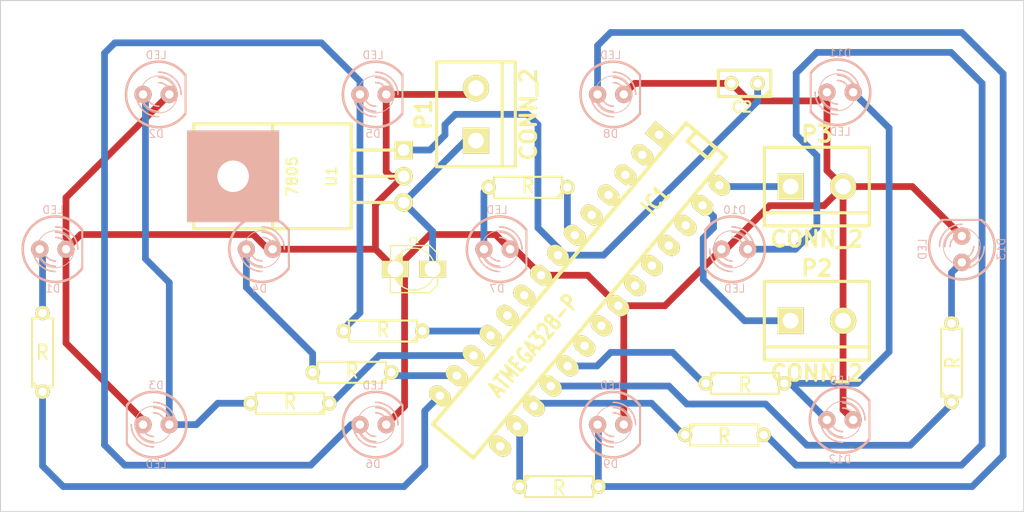
<source format=kicad_pcb>
(kicad_pcb (version 20171130) (host pcbnew "(5.1.12)-1")

  (general
    (thickness 1.6)
    (drawings 4)
    (tracks 164)
    (zones 0)
    (modules 29)
    (nets 24)
  )

  (page A4 portrait)
  (layers
    (0 F.Cu signal)
    (31 B.Cu signal)
    (32 B.Adhes user hide)
    (33 F.Adhes user hide)
    (34 B.Paste user hide)
    (35 F.Paste user hide)
    (36 B.SilkS user hide)
    (37 F.SilkS user hide)
    (38 B.Mask user hide)
    (39 F.Mask user hide)
    (40 Dwgs.User user hide)
    (41 Cmts.User user hide)
    (42 Eco1.User user hide)
    (43 Eco2.User user hide)
    (44 Edge.Cuts user)
  )

  (setup
    (last_trace_width 0.654)
    (trace_clearance 0.254)
    (zone_clearance 0.508)
    (zone_45_only no)
    (trace_min 0.654)
    (via_size 0.889)
    (via_drill 0.635)
    (via_min_size 0.889)
    (via_min_drill 0.508)
    (uvia_size 0.508)
    (uvia_drill 0.127)
    (uvias_allowed no)
    (uvia_min_size 0.508)
    (uvia_min_drill 0.127)
    (edge_width 0.1)
    (segment_width 0.2)
    (pcb_text_width 0.3)
    (pcb_text_size 1.5 1.5)
    (mod_edge_width 0.15)
    (mod_text_size 1 1)
    (mod_text_width 0.15)
    (pad_size 2.60096 1.6002)
    (pad_drill 1.524)
    (pad_to_mask_clearance 0)
    (aux_axis_origin 0 0)
    (visible_elements 7FFFFFFF)
    (pcbplotparams
      (layerselection 0x00030_ffffffff)
      (usegerberextensions false)
      (usegerberattributes true)
      (usegerberadvancedattributes true)
      (creategerberjobfile true)
      (excludeedgelayer true)
      (linewidth 0.150000)
      (plotframeref false)
      (viasonmask false)
      (mode 1)
      (useauxorigin false)
      (hpglpennumber 1)
      (hpglpenspeed 20)
      (hpglpendiameter 15.000000)
      (psnegative false)
      (psa4output false)
      (plotreference true)
      (plotvalue true)
      (plotinvisibletext false)
      (padsonsilk true)
      (subtractmaskfromsilk false)
      (outputformat 5)
      (mirror true)
      (drillshape 0)
      (scaleselection 1)
      (outputdirectory ""))
  )

  (net 0 "")
  (net 1 /BTN1)
  (net 2 /BTN2)
  (net 3 /PIN10)
  (net 4 /PIN11)
  (net 5 /PIN12)
  (net 6 /PIN13)
  (net 7 /PIN4)
  (net 8 /PIN5)
  (net 9 /PIN6)
  (net 10 /PIN7)
  (net 11 /PIN8)
  (net 12 /VI)
  (net 13 /VO)
  (net 14 GND)
  (net 15 N-000001)
  (net 16 N-0000010)
  (net 17 N-0000017)
  (net 18 N-000002)
  (net 19 N-0000035)
  (net 20 N-0000036)
  (net 21 N-0000037)
  (net 22 N-000005)
  (net 23 N-000008)

  (net_class Default "This is the default net class."
    (clearance 0.254)
    (trace_width 0.654)
    (via_dia 0.889)
    (via_drill 0.635)
    (uvia_dia 0.508)
    (uvia_drill 0.127)
    (add_net /BTN1)
    (add_net /BTN2)
    (add_net /PIN10)
    (add_net /PIN11)
    (add_net /PIN12)
    (add_net /PIN13)
    (add_net /PIN4)
    (add_net /PIN5)
    (add_net /PIN6)
    (add_net /PIN7)
    (add_net /PIN8)
    (add_net /VI)
    (add_net /VO)
    (add_net GND)
    (add_net N-000001)
    (add_net N-0000010)
    (add_net N-0000017)
    (add_net N-000002)
    (add_net N-0000035)
    (add_net N-0000036)
    (add_net N-0000037)
    (add_net N-000005)
    (add_net N-000008)
  )

  (module LED-5MM locked (layer B.Cu) (tedit 50ADE86B) (tstamp 55906C8B)
    (at 17.04 36.07)
    (descr "LED 5mm - Lead pitch 100mil (2,54mm)")
    (tags "LED led 5mm 5MM 100mil 2,54mm")
    (path /5590381C)
    (fp_text reference D1 (at 0 3.81) (layer B.SilkS)
      (effects (font (size 0.762 0.762) (thickness 0.0889)) (justify mirror))
    )
    (fp_text value LED (at 0 -3.81) (layer B.SilkS)
      (effects (font (size 0.762 0.762) (thickness 0.0889)) (justify mirror))
    )
    (fp_line (start 2.8448 -1.905) (end 2.8448 1.905) (layer B.SilkS) (width 0.2032))
    (fp_circle (center 0.254 0) (end -1.016 -1.27) (layer B.SilkS) (width 0.0762))
    (fp_arc (start 0.254 0) (end 2.794 -1.905) (angle -286.2) (layer B.SilkS) (width 0.254))
    (fp_arc (start 0.254 0) (end -0.889 0) (angle -90) (layer B.SilkS) (width 0.1524))
    (fp_arc (start 0.254 0) (end 1.397 0) (angle -90) (layer B.SilkS) (width 0.1524))
    (fp_arc (start 0.254 0) (end -1.397 0) (angle -90) (layer B.SilkS) (width 0.1524))
    (fp_arc (start 0.254 0) (end 1.905 0) (angle -90) (layer B.SilkS) (width 0.1524))
    (fp_arc (start 0.254 0) (end -1.905 0) (angle -90) (layer B.SilkS) (width 0.1524))
    (fp_arc (start 0.254 0) (end 2.413 0) (angle -90) (layer B.SilkS) (width 0.1524))
    (pad 1 thru_hole circle (at -1.27 0) (size 1.6764 1.6764) (drill 0.8128) (layers *.Cu *.Mask B.SilkS)
      (net 23 N-000008))
    (pad 2 thru_hole circle (at 1.27 0) (size 1.6764 1.6764) (drill 0.8128) (layers *.Cu *.Mask B.SilkS)
      (net 14 GND))
    (model discret/leds/led5_vertical_verde.wrl
      (at (xyz 0 0 0))
      (scale (xyz 1 1 1))
      (rotate (xyz 0 0 0))
    )
  )

  (module DIP-28__300_ELL locked (layer F.Cu) (tedit 200000) (tstamp 55907337)
    (at 68.04 40.07 230)
    (descr "28 pins DIL package, elliptical pads, width 300mil")
    (tags DIL)
    (path /559037C7)
    (fp_text reference IC1 (at -11.43 0 230) (layer F.SilkS)
      (effects (font (size 1.524 1.143) (thickness 0.3048)))
    )
    (fp_text value ATMEGA328-P (at 6.985 0 230) (layer F.SilkS)
      (effects (font (size 1.524 1.143) (thickness 0.3048)))
    )
    (fp_line (start -19.05 -2.54) (end 19.05 -2.54) (layer F.SilkS) (width 0.381))
    (fp_line (start 19.05 -2.54) (end 19.05 2.54) (layer F.SilkS) (width 0.381))
    (fp_line (start 19.05 2.54) (end -19.05 2.54) (layer F.SilkS) (width 0.381))
    (fp_line (start -19.05 2.54) (end -19.05 -2.54) (layer F.SilkS) (width 0.381))
    (fp_line (start -19.05 -1.27) (end -17.78 -1.27) (layer F.SilkS) (width 0.381))
    (fp_line (start -17.78 -1.27) (end -17.78 1.27) (layer F.SilkS) (width 0.381))
    (fp_line (start -17.78 1.27) (end -19.05 1.27) (layer F.SilkS) (width 0.381))
    (pad 2 thru_hole oval (at -13.97 3.81 230) (size 1.5748 2.286) (drill 0.8128) (layers *.Cu *.Mask F.SilkS))
    (pad 3 thru_hole oval (at -11.43 3.81 230) (size 1.5748 2.286) (drill 0.8128) (layers *.Cu *.Mask F.SilkS))
    (pad 4 thru_hole oval (at -8.89 3.81 230) (size 1.5748 2.286) (drill 0.8128) (layers *.Cu *.Mask F.SilkS))
    (pad 5 thru_hole oval (at -6.35 3.81 230) (size 1.5748 2.286) (drill 0.8128) (layers *.Cu *.Mask F.SilkS))
    (pad 6 thru_hole oval (at -3.81 3.81 230) (size 1.5748 2.286) (drill 0.8128) (layers *.Cu *.Mask F.SilkS)
      (net 7 /PIN4))
    (pad 7 thru_hole oval (at -1.27 3.81 230) (size 1.5748 2.286) (drill 0.8128) (layers *.Cu *.Mask F.SilkS)
      (net 13 /VO))
    (pad 8 thru_hole oval (at 1.27 3.81 230) (size 1.5748 2.286) (drill 0.8128) (layers *.Cu *.Mask F.SilkS)
      (net 14 GND))
    (pad 9 thru_hole oval (at 3.81 3.81 230) (size 1.5748 2.286) (drill 0.8128) (layers *.Cu *.Mask F.SilkS))
    (pad 10 thru_hole oval (at 6.35 3.81 230) (size 1.5748 2.286) (drill 0.8128) (layers *.Cu *.Mask F.SilkS))
    (pad 11 thru_hole oval (at 8.89 3.81 230) (size 1.5748 2.286) (drill 0.8128) (layers *.Cu *.Mask F.SilkS)
      (net 8 /PIN5))
    (pad 12 thru_hole oval (at 11.43 3.81 230) (size 1.5748 2.286) (drill 0.8128) (layers *.Cu *.Mask F.SilkS)
      (net 9 /PIN6))
    (pad 13 thru_hole oval (at 13.97 3.81 230) (size 1.5748 2.286) (drill 0.8128) (layers *.Cu *.Mask F.SilkS)
      (net 10 /PIN7))
    (pad 14 thru_hole oval (at 16.51 3.81 230) (size 1.5748 2.286) (drill 0.8128) (layers *.Cu *.Mask F.SilkS)
      (net 11 /PIN8))
    (pad 1 thru_hole rect (at -16.51 3.81 230) (size 1.5748 2.286) (drill 0.8128) (layers *.Cu *.Mask F.SilkS))
    (pad 15 thru_hole oval (at 16.51 -3.81 230) (size 1.5748 2.286) (drill 0.8128) (layers *.Cu *.Mask F.SilkS))
    (pad 16 thru_hole oval (at 13.97 -3.81 230) (size 1.5748 2.286) (drill 0.8128) (layers *.Cu *.Mask F.SilkS)
      (net 3 /PIN10))
    (pad 17 thru_hole oval (at 11.43 -3.81 230) (size 1.5748 2.286) (drill 0.8128) (layers *.Cu *.Mask F.SilkS)
      (net 4 /PIN11))
    (pad 18 thru_hole oval (at 8.89 -3.81 230) (size 1.5748 2.286) (drill 0.8128) (layers *.Cu *.Mask F.SilkS)
      (net 5 /PIN12))
    (pad 19 thru_hole oval (at 6.35 -3.81 230) (size 1.5748 2.286) (drill 0.8128) (layers *.Cu *.Mask F.SilkS)
      (net 6 /PIN13))
    (pad 20 thru_hole oval (at 3.81 -3.81 230) (size 1.5748 2.286) (drill 0.8128) (layers *.Cu *.Mask F.SilkS))
    (pad 21 thru_hole oval (at 1.27 -3.81 230) (size 1.5748 2.286) (drill 0.8128) (layers *.Cu *.Mask F.SilkS))
    (pad 22 thru_hole oval (at -1.27 -3.81 230) (size 1.5748 2.286) (drill 0.8128) (layers *.Cu *.Mask F.SilkS)
      (net 14 GND))
    (pad 23 thru_hole oval (at -3.81 -3.81 230) (size 1.5748 2.286) (drill 0.8128) (layers *.Cu *.Mask F.SilkS))
    (pad 24 thru_hole oval (at -6.35 -3.81 230) (size 1.5748 2.286) (drill 0.8128) (layers *.Cu *.Mask F.SilkS))
    (pad 25 thru_hole oval (at -8.89 -3.81 230) (size 1.5748 2.286) (drill 0.8128) (layers *.Cu *.Mask F.SilkS))
    (pad 26 thru_hole oval (at -11.43 -3.81 230) (size 1.5748 2.286) (drill 0.8128) (layers *.Cu *.Mask F.SilkS))
    (pad 27 thru_hole oval (at -13.97 -3.81 230) (size 1.5748 2.286) (drill 0.8128) (layers *.Cu *.Mask F.SilkS)
      (net 1 /BTN1))
    (pad 28 thru_hole oval (at -16.51 -3.81 230) (size 1.5748 2.286) (drill 0.8128) (layers *.Cu *.Mask F.SilkS)
      (net 2 /BTN2))
    (model dil/dil_28-w300.wrl
      (at (xyz 0 0 0))
      (scale (xyz 1 1 1))
      (rotate (xyz 0 0 0))
    )
  )

  (module R3 (layer F.Cu) (tedit 4E4C0E65) (tstamp 55907535)
    (at 40 51 180)
    (descr "Resitance 3 pas")
    (tags R)
    (path /559052C4)
    (autoplace_cost180 10)
    (fp_text reference R2 (at 0 0.127 180) (layer F.SilkS) hide
      (effects (font (size 1.397 1.27) (thickness 0.2032)))
    )
    (fp_text value R (at 0 0.127 180) (layer F.SilkS)
      (effects (font (size 1.397 1.27) (thickness 0.2032)))
    )
    (fp_line (start -3.81 0) (end -3.302 0) (layer F.SilkS) (width 0.2032))
    (fp_line (start 3.81 0) (end 3.302 0) (layer F.SilkS) (width 0.2032))
    (fp_line (start 3.302 0) (end 3.302 -1.016) (layer F.SilkS) (width 0.2032))
    (fp_line (start 3.302 -1.016) (end -3.302 -1.016) (layer F.SilkS) (width 0.2032))
    (fp_line (start -3.302 -1.016) (end -3.302 1.016) (layer F.SilkS) (width 0.2032))
    (fp_line (start -3.302 1.016) (end 3.302 1.016) (layer F.SilkS) (width 0.2032))
    (fp_line (start 3.302 1.016) (end 3.302 0) (layer F.SilkS) (width 0.2032))
    (fp_line (start -3.302 -0.508) (end -2.794 -1.016) (layer F.SilkS) (width 0.2032))
    (pad 1 thru_hole circle (at -3.81 0 180) (size 1.397 1.397) (drill 0.8128) (layers *.Cu *.Mask F.SilkS)
      (net 9 /PIN6))
    (pad 2 thru_hole circle (at 3.81 0 180) (size 1.397 1.397) (drill 0.8128) (layers *.Cu *.Mask F.SilkS)
      (net 17 N-0000017))
    (model discret/resistor.wrl
      (at (xyz 0 0 0))
      (scale (xyz 0.3 0.3 0.3))
      (rotate (xyz 0 0 0))
    )
  )

  (module LED-5MM locked (layer B.Cu) (tedit 50ADE86B) (tstamp 5590656A)
    (at 27.04 21.07)
    (descr "LED 5mm - Lead pitch 100mil (2,54mm)")
    (tags "LED led 5mm 5MM 100mil 2,54mm")
    (path /559052B8)
    (fp_text reference D2 (at 0 3.81) (layer B.SilkS)
      (effects (font (size 0.762 0.762) (thickness 0.0889)) (justify mirror))
    )
    (fp_text value LED (at 0 -3.81) (layer B.SilkS)
      (effects (font (size 0.762 0.762) (thickness 0.0889)) (justify mirror))
    )
    (fp_line (start 2.8448 -1.905) (end 2.8448 1.905) (layer B.SilkS) (width 0.2032))
    (fp_circle (center 0.254 0) (end -1.016 -1.27) (layer B.SilkS) (width 0.0762))
    (fp_arc (start 0.254 0) (end 2.794 -1.905) (angle -286.2) (layer B.SilkS) (width 0.254))
    (fp_arc (start 0.254 0) (end -0.889 0) (angle -90) (layer B.SilkS) (width 0.1524))
    (fp_arc (start 0.254 0) (end 1.397 0) (angle -90) (layer B.SilkS) (width 0.1524))
    (fp_arc (start 0.254 0) (end -1.397 0) (angle -90) (layer B.SilkS) (width 0.1524))
    (fp_arc (start 0.254 0) (end 1.905 0) (angle -90) (layer B.SilkS) (width 0.1524))
    (fp_arc (start 0.254 0) (end -1.905 0) (angle -90) (layer B.SilkS) (width 0.1524))
    (fp_arc (start 0.254 0) (end 2.413 0) (angle -90) (layer B.SilkS) (width 0.1524))
    (pad 1 thru_hole circle (at -1.27 0) (size 1.6764 1.6764) (drill 0.8128) (layers *.Cu *.Mask B.SilkS)
      (net 17 N-0000017))
    (pad 2 thru_hole circle (at 1.27 0) (size 1.6764 1.6764) (drill 0.8128) (layers *.Cu *.Mask B.SilkS)
      (net 14 GND))
    (model discret/leds/led5_vertical_verde.wrl
      (at (xyz 0 0 0))
      (scale (xyz 1 1 1))
      (rotate (xyz 0 0 0))
    )
  )

  (module LED-5MM (layer B.Cu) (tedit 50ADE86B) (tstamp 5590655A)
    (at 27.04 53.07 180)
    (descr "LED 5mm - Lead pitch 100mil (2,54mm)")
    (tags "LED led 5mm 5MM 100mil 2,54mm")
    (path /559052BE)
    (fp_text reference D3 (at 0 3.81 180) (layer B.SilkS)
      (effects (font (size 0.762 0.762) (thickness 0.0889)) (justify mirror))
    )
    (fp_text value LED (at 0 -3.81 180) (layer B.SilkS)
      (effects (font (size 0.762 0.762) (thickness 0.0889)) (justify mirror))
    )
    (fp_line (start 2.8448 -1.905) (end 2.8448 1.905) (layer B.SilkS) (width 0.2032))
    (fp_circle (center 0.254 0) (end -1.016 -1.27) (layer B.SilkS) (width 0.0762))
    (fp_arc (start 0.254 0) (end 2.794 -1.905) (angle -286.2) (layer B.SilkS) (width 0.254))
    (fp_arc (start 0.254 0) (end -0.889 0) (angle -90) (layer B.SilkS) (width 0.1524))
    (fp_arc (start 0.254 0) (end 1.397 0) (angle -90) (layer B.SilkS) (width 0.1524))
    (fp_arc (start 0.254 0) (end -1.397 0) (angle -90) (layer B.SilkS) (width 0.1524))
    (fp_arc (start 0.254 0) (end 1.905 0) (angle -90) (layer B.SilkS) (width 0.1524))
    (fp_arc (start 0.254 0) (end -1.905 0) (angle -90) (layer B.SilkS) (width 0.1524))
    (fp_arc (start 0.254 0) (end 2.413 0) (angle -90) (layer B.SilkS) (width 0.1524))
    (pad 1 thru_hole circle (at -1.27 0 180) (size 1.6764 1.6764) (drill 0.8128) (layers *.Cu *.Mask B.SilkS)
      (net 17 N-0000017))
    (pad 2 thru_hole circle (at 1.27 0 180) (size 1.6764 1.6764) (drill 0.8128) (layers *.Cu *.Mask B.SilkS)
      (net 14 GND))
    (model discret/leds/led5_vertical_verde.wrl
      (at (xyz 0 0 0))
      (scale (xyz 1 1 1))
      (rotate (xyz 0 0 0))
    )
  )

  (module R3 (layer F.Cu) (tedit 4E4C0E65) (tstamp 5590654A)
    (at 46 48 180)
    (descr "Resitance 3 pas")
    (tags R)
    (path /55905725)
    (autoplace_cost180 10)
    (fp_text reference R3 (at 0 0.127 180) (layer F.SilkS) hide
      (effects (font (size 1.397 1.27) (thickness 0.2032)))
    )
    (fp_text value R (at 0 0.127 180) (layer F.SilkS)
      (effects (font (size 1.397 1.27) (thickness 0.2032)))
    )
    (fp_line (start -3.81 0) (end -3.302 0) (layer F.SilkS) (width 0.2032))
    (fp_line (start 3.81 0) (end 3.302 0) (layer F.SilkS) (width 0.2032))
    (fp_line (start 3.302 0) (end 3.302 -1.016) (layer F.SilkS) (width 0.2032))
    (fp_line (start 3.302 -1.016) (end -3.302 -1.016) (layer F.SilkS) (width 0.2032))
    (fp_line (start -3.302 -1.016) (end -3.302 1.016) (layer F.SilkS) (width 0.2032))
    (fp_line (start -3.302 1.016) (end 3.302 1.016) (layer F.SilkS) (width 0.2032))
    (fp_line (start 3.302 1.016) (end 3.302 0) (layer F.SilkS) (width 0.2032))
    (fp_line (start -3.302 -0.508) (end -2.794 -1.016) (layer F.SilkS) (width 0.2032))
    (pad 1 thru_hole circle (at -3.81 0 180) (size 1.397 1.397) (drill 0.8128) (layers *.Cu *.Mask F.SilkS)
      (net 10 /PIN7))
    (pad 2 thru_hole circle (at 3.81 0 180) (size 1.397 1.397) (drill 0.8128) (layers *.Cu *.Mask F.SilkS)
      (net 16 N-0000010))
    (model discret/resistor.wrl
      (at (xyz 0 0 0))
      (scale (xyz 0.3 0.3 0.3))
      (rotate (xyz 0 0 0))
    )
  )

  (module R3 (layer F.Cu) (tedit 4E4C0E65) (tstamp 5590653B)
    (at 104.04 47.07 90)
    (descr "Resitance 3 pas")
    (tags R)
    (path /55905952)
    (autoplace_cost180 10)
    (fp_text reference R9 (at 0 0.127 90) (layer F.SilkS) hide
      (effects (font (size 1.397 1.27) (thickness 0.2032)))
    )
    (fp_text value R (at 0 0.127 90) (layer F.SilkS)
      (effects (font (size 1.397 1.27) (thickness 0.2032)))
    )
    (fp_line (start -3.81 0) (end -3.302 0) (layer F.SilkS) (width 0.2032))
    (fp_line (start 3.81 0) (end 3.302 0) (layer F.SilkS) (width 0.2032))
    (fp_line (start 3.302 0) (end 3.302 -1.016) (layer F.SilkS) (width 0.2032))
    (fp_line (start 3.302 -1.016) (end -3.302 -1.016) (layer F.SilkS) (width 0.2032))
    (fp_line (start -3.302 -1.016) (end -3.302 1.016) (layer F.SilkS) (width 0.2032))
    (fp_line (start -3.302 1.016) (end 3.302 1.016) (layer F.SilkS) (width 0.2032))
    (fp_line (start 3.302 1.016) (end 3.302 0) (layer F.SilkS) (width 0.2032))
    (fp_line (start -3.302 -0.508) (end -2.794 -1.016) (layer F.SilkS) (width 0.2032))
    (pad 1 thru_hole circle (at -3.81 0 90) (size 1.397 1.397) (drill 0.8128) (layers *.Cu *.Mask F.SilkS)
      (net 5 /PIN12))
    (pad 2 thru_hole circle (at 3.81 0 90) (size 1.397 1.397) (drill 0.8128) (layers *.Cu *.Mask F.SilkS)
      (net 22 N-000005))
    (model discret/resistor.wrl
      (at (xyz 0 0 0))
      (scale (xyz 0.3 0.3 0.3))
      (rotate (xyz 0 0 0))
    )
  )

  (module R3 (layer F.Cu) (tedit 4E4C0E65) (tstamp 5595C6B4)
    (at 84.04 49.07)
    (descr "Resitance 3 pas")
    (tags R)
    (path /5590593D)
    (autoplace_cost180 10)
    (fp_text reference R8 (at 0 0.127) (layer F.SilkS) hide
      (effects (font (size 1.397 1.27) (thickness 0.2032)))
    )
    (fp_text value R (at 0 0.127) (layer F.SilkS)
      (effects (font (size 1.397 1.27) (thickness 0.2032)))
    )
    (fp_line (start -3.81 0) (end -3.302 0) (layer F.SilkS) (width 0.2032))
    (fp_line (start 3.81 0) (end 3.302 0) (layer F.SilkS) (width 0.2032))
    (fp_line (start 3.302 0) (end 3.302 -1.016) (layer F.SilkS) (width 0.2032))
    (fp_line (start 3.302 -1.016) (end -3.302 -1.016) (layer F.SilkS) (width 0.2032))
    (fp_line (start -3.302 -1.016) (end -3.302 1.016) (layer F.SilkS) (width 0.2032))
    (fp_line (start -3.302 1.016) (end 3.302 1.016) (layer F.SilkS) (width 0.2032))
    (fp_line (start 3.302 1.016) (end 3.302 0) (layer F.SilkS) (width 0.2032))
    (fp_line (start -3.302 -0.508) (end -2.794 -1.016) (layer F.SilkS) (width 0.2032))
    (pad 1 thru_hole circle (at -3.81 0) (size 1.397 1.397) (drill 0.8128) (layers *.Cu *.Mask F.SilkS)
      (net 6 /PIN13))
    (pad 2 thru_hole circle (at 3.81 0) (size 1.397 1.397) (drill 0.8128) (layers *.Cu *.Mask F.SilkS)
      (net 20 N-0000036))
    (model discret/resistor.wrl
      (at (xyz 0 0 0))
      (scale (xyz 0.3 0.3 0.3))
      (rotate (xyz 0 0 0))
    )
  )

  (module R3 (layer F.Cu) (tedit 4E4C0E65) (tstamp 55908A11)
    (at 82.04 54.07)
    (descr "Resitance 3 pas")
    (tags R)
    (path /559058CF)
    (autoplace_cost180 10)
    (fp_text reference R7 (at 0 0.127) (layer F.SilkS) hide
      (effects (font (size 1.397 1.27) (thickness 0.2032)))
    )
    (fp_text value R (at 0 0.127) (layer F.SilkS)
      (effects (font (size 1.397 1.27) (thickness 0.2032)))
    )
    (fp_line (start -3.81 0) (end -3.302 0) (layer F.SilkS) (width 0.2032))
    (fp_line (start 3.81 0) (end 3.302 0) (layer F.SilkS) (width 0.2032))
    (fp_line (start 3.302 0) (end 3.302 -1.016) (layer F.SilkS) (width 0.2032))
    (fp_line (start 3.302 -1.016) (end -3.302 -1.016) (layer F.SilkS) (width 0.2032))
    (fp_line (start -3.302 -1.016) (end -3.302 1.016) (layer F.SilkS) (width 0.2032))
    (fp_line (start -3.302 1.016) (end 3.302 1.016) (layer F.SilkS) (width 0.2032))
    (fp_line (start 3.302 1.016) (end 3.302 0) (layer F.SilkS) (width 0.2032))
    (fp_line (start -3.302 -0.508) (end -2.794 -1.016) (layer F.SilkS) (width 0.2032))
    (pad 1 thru_hole circle (at -3.81 0) (size 1.397 1.397) (drill 0.8128) (layers *.Cu *.Mask F.SilkS)
      (net 4 /PIN11))
    (pad 2 thru_hole circle (at 3.81 0) (size 1.397 1.397) (drill 0.8128) (layers *.Cu *.Mask F.SilkS)
      (net 18 N-000002))
    (model discret/resistor.wrl
      (at (xyz 0 0 0))
      (scale (xyz 0.3 0.3 0.3))
      (rotate (xyz 0 0 0))
    )
  )

  (module R3 (layer F.Cu) (tedit 4E4C0E65) (tstamp 5590650E)
    (at 66.04 59.07)
    (descr "Resitance 3 pas")
    (tags R)
    (path /559058A9)
    (autoplace_cost180 10)
    (fp_text reference R6 (at 0 0.127) (layer F.SilkS) hide
      (effects (font (size 1.397 1.27) (thickness 0.2032)))
    )
    (fp_text value R (at 0 0.127) (layer F.SilkS)
      (effects (font (size 1.397 1.27) (thickness 0.2032)))
    )
    (fp_line (start -3.81 0) (end -3.302 0) (layer F.SilkS) (width 0.2032))
    (fp_line (start 3.81 0) (end 3.302 0) (layer F.SilkS) (width 0.2032))
    (fp_line (start 3.302 0) (end 3.302 -1.016) (layer F.SilkS) (width 0.2032))
    (fp_line (start 3.302 -1.016) (end -3.302 -1.016) (layer F.SilkS) (width 0.2032))
    (fp_line (start -3.302 -1.016) (end -3.302 1.016) (layer F.SilkS) (width 0.2032))
    (fp_line (start -3.302 1.016) (end 3.302 1.016) (layer F.SilkS) (width 0.2032))
    (fp_line (start 3.302 1.016) (end 3.302 0) (layer F.SilkS) (width 0.2032))
    (fp_line (start -3.302 -0.508) (end -2.794 -1.016) (layer F.SilkS) (width 0.2032))
    (pad 1 thru_hole circle (at -3.81 0) (size 1.397 1.397) (drill 0.8128) (layers *.Cu *.Mask F.SilkS)
      (net 3 /PIN10))
    (pad 2 thru_hole circle (at 3.81 0) (size 1.397 1.397) (drill 0.8128) (layers *.Cu *.Mask F.SilkS)
      (net 19 N-0000035))
    (model discret/resistor.wrl
      (at (xyz 0 0 0))
      (scale (xyz 0.3 0.3 0.3))
      (rotate (xyz 0 0 0))
    )
  )

  (module R3 (layer F.Cu) (tedit 4E4C0E65) (tstamp 55907346)
    (at 63.04 30.07 180)
    (descr "Resitance 3 pas")
    (tags R)
    (path /559057C8)
    (autoplace_cost180 10)
    (fp_text reference R5 (at 0 0.127 180) (layer F.SilkS) hide
      (effects (font (size 1.397 1.27) (thickness 0.2032)))
    )
    (fp_text value R (at 0 0.127 180) (layer F.SilkS)
      (effects (font (size 1.397 1.27) (thickness 0.2032)))
    )
    (fp_line (start -3.81 0) (end -3.302 0) (layer F.SilkS) (width 0.2032))
    (fp_line (start 3.81 0) (end 3.302 0) (layer F.SilkS) (width 0.2032))
    (fp_line (start 3.302 0) (end 3.302 -1.016) (layer F.SilkS) (width 0.2032))
    (fp_line (start 3.302 -1.016) (end -3.302 -1.016) (layer F.SilkS) (width 0.2032))
    (fp_line (start -3.302 -1.016) (end -3.302 1.016) (layer F.SilkS) (width 0.2032))
    (fp_line (start -3.302 1.016) (end 3.302 1.016) (layer F.SilkS) (width 0.2032))
    (fp_line (start 3.302 1.016) (end 3.302 0) (layer F.SilkS) (width 0.2032))
    (fp_line (start -3.302 -0.508) (end -2.794 -1.016) (layer F.SilkS) (width 0.2032))
    (pad 1 thru_hole circle (at -3.81 0 180) (size 1.397 1.397) (drill 0.8128) (layers *.Cu *.Mask F.SilkS)
      (net 7 /PIN4))
    (pad 2 thru_hole circle (at 3.81 0 180) (size 1.397 1.397) (drill 0.8128) (layers *.Cu *.Mask F.SilkS)
      (net 15 N-000001))
    (model discret/resistor.wrl
      (at (xyz 0 0 0))
      (scale (xyz 0.3 0.3 0.3))
      (rotate (xyz 0 0 0))
    )
  )

  (module R3 (layer F.Cu) (tedit 4E4C0E65) (tstamp 55907355)
    (at 49 44 180)
    (descr "Resitance 3 pas")
    (tags R)
    (path /55905798)
    (autoplace_cost180 10)
    (fp_text reference R4 (at 0 0.127 180) (layer F.SilkS) hide
      (effects (font (size 1.397 1.27) (thickness 0.2032)))
    )
    (fp_text value R (at 0 0.127 180) (layer F.SilkS)
      (effects (font (size 1.397 1.27) (thickness 0.2032)))
    )
    (fp_line (start -3.81 0) (end -3.302 0) (layer F.SilkS) (width 0.2032))
    (fp_line (start 3.81 0) (end 3.302 0) (layer F.SilkS) (width 0.2032))
    (fp_line (start 3.302 0) (end 3.302 -1.016) (layer F.SilkS) (width 0.2032))
    (fp_line (start 3.302 -1.016) (end -3.302 -1.016) (layer F.SilkS) (width 0.2032))
    (fp_line (start -3.302 -1.016) (end -3.302 1.016) (layer F.SilkS) (width 0.2032))
    (fp_line (start -3.302 1.016) (end 3.302 1.016) (layer F.SilkS) (width 0.2032))
    (fp_line (start 3.302 1.016) (end 3.302 0) (layer F.SilkS) (width 0.2032))
    (fp_line (start -3.302 -0.508) (end -2.794 -1.016) (layer F.SilkS) (width 0.2032))
    (pad 1 thru_hole circle (at -3.81 0 180) (size 1.397 1.397) (drill 0.8128) (layers *.Cu *.Mask F.SilkS)
      (net 8 /PIN5))
    (pad 2 thru_hole circle (at 3.81 0 180) (size 1.397 1.397) (drill 0.8128) (layers *.Cu *.Mask F.SilkS)
      (net 21 N-0000037))
    (model discret/resistor.wrl
      (at (xyz 0 0 0))
      (scale (xyz 0.3 0.3 0.3))
      (rotate (xyz 0 0 0))
    )
  )

  (module LED-5MM (layer B.Cu) (tedit 50ADE86B) (tstamp 5590640)
    (at 93.25 20.86 180)
    (descr "LED 5mm - Lead pitch 100mil (2,54mm)")
    (tags "LED led 5mm 5MM 100mil 2,54mm")
    (path /55905931)
    (fp_text reference D11 (at 0 3.81 180) (layer B.SilkS)
      (effects (font (size 0.762 0.762) (thickness 0.0889)) (justify mirror))
    )
    (fp_text value LED (at 0 -3.81 180) (layer B.SilkS)
      (effects (font (size 0.762 0.762) (thickness 0.0889)) (justify mirror))
    )
    (fp_line (start 2.8448 -1.905) (end 2.8448 1.905) (layer B.SilkS) (width 0.2032))
    (fp_circle (center 0.254 0) (end -1.016 -1.27) (layer B.SilkS) (width 0.0762))
    (fp_arc (start 0.254 0) (end 2.794 -1.905) (angle -286.2) (layer B.SilkS) (width 0.254))
    (fp_arc (start 0.254 0) (end -0.889 0) (angle -90) (layer B.SilkS) (width 0.1524))
    (fp_arc (start 0.254 0) (end 1.397 0) (angle -90) (layer B.SilkS) (width 0.1524))
    (fp_arc (start 0.254 0) (end -1.397 0) (angle -90) (layer B.SilkS) (width 0.1524))
    (fp_arc (start 0.254 0) (end 1.905 0) (angle -90) (layer B.SilkS) (width 0.1524))
    (fp_arc (start 0.254 0) (end -1.905 0) (angle -90) (layer B.SilkS) (width 0.1524))
    (fp_arc (start 0.254 0) (end 2.413 0) (angle -90) (layer B.SilkS) (width 0.1524))
    (pad 1 thru_hole circle (at -1.27 0 180) (size 1.6764 1.6764) (drill 0.8128) (layers *.Cu *.Mask B.SilkS)
      (net 20 N-0000036))
    (pad 2 thru_hole circle (at 1.27 0 180) (size 1.6764 1.6764) (drill 0.8128) (layers *.Cu *.Mask B.SilkS)
      (net 14 GND))
    (model discret/leds/led5_vertical_verde.wrl
      (at (xyz 0 0 0))
      (scale (xyz 1 1 1))
      (rotate (xyz 0 0 0))
    )
  )

  (module LED-5MM locked (layer B.Cu) (tedit 50ADE86B) (tstamp 559064D1)
    (at 48.04 53.07)
    (descr "LED 5mm - Lead pitch 100mil (2,54mm)")
    (tags "LED led 5mm 5MM 100mil 2,54mm")
    (path /55905792)
    (fp_text reference D6 (at 0 3.81) (layer B.SilkS)
      (effects (font (size 0.762 0.762) (thickness 0.0889)) (justify mirror))
    )
    (fp_text value LED (at 0 -3.81) (layer B.SilkS)
      (effects (font (size 0.762 0.762) (thickness 0.0889)) (justify mirror))
    )
    (fp_line (start 2.8448 -1.905) (end 2.8448 1.905) (layer B.SilkS) (width 0.2032))
    (fp_circle (center 0.254 0) (end -1.016 -1.27) (layer B.SilkS) (width 0.0762))
    (fp_arc (start 0.254 0) (end 2.794 -1.905) (angle -286.2) (layer B.SilkS) (width 0.254))
    (fp_arc (start 0.254 0) (end -0.889 0) (angle -90) (layer B.SilkS) (width 0.1524))
    (fp_arc (start 0.254 0) (end 1.397 0) (angle -90) (layer B.SilkS) (width 0.1524))
    (fp_arc (start 0.254 0) (end -1.397 0) (angle -90) (layer B.SilkS) (width 0.1524))
    (fp_arc (start 0.254 0) (end 1.905 0) (angle -90) (layer B.SilkS) (width 0.1524))
    (fp_arc (start 0.254 0) (end -1.905 0) (angle -90) (layer B.SilkS) (width 0.1524))
    (fp_arc (start 0.254 0) (end 2.413 0) (angle -90) (layer B.SilkS) (width 0.1524))
    (pad 1 thru_hole circle (at -1.27 0) (size 1.6764 1.6764) (drill 0.8128) (layers *.Cu *.Mask B.SilkS)
      (net 21 N-0000037))
    (pad 2 thru_hole circle (at 1.27 0) (size 1.6764 1.6764) (drill 0.8128) (layers *.Cu *.Mask B.SilkS)
      (net 14 GND))
    (model discret/leds/led5_vertical_verde.wrl
      (at (xyz 0 0 0))
      (scale (xyz 1 1 1))
      (rotate (xyz 0 0 0))
    )
  )

  (module LED-5MM locked (layer B.Cu) (tedit 50ADE86B) (tstamp 559064C1)
    (at 60.04 36.07)
    (descr "LED 5mm - Lead pitch 100mil (2,54mm)")
    (tags "LED led 5mm 5MM 100mil 2,54mm")
    (path /559057C2)
    (fp_text reference D7 (at 0 3.81) (layer B.SilkS)
      (effects (font (size 0.762 0.762) (thickness 0.0889)) (justify mirror))
    )
    (fp_text value LED (at 0 -3.81) (layer B.SilkS)
      (effects (font (size 0.762 0.762) (thickness 0.0889)) (justify mirror))
    )
    (fp_line (start 2.8448 -1.905) (end 2.8448 1.905) (layer B.SilkS) (width 0.2032))
    (fp_circle (center 0.254 0) (end -1.016 -1.27) (layer B.SilkS) (width 0.0762))
    (fp_arc (start 0.254 0) (end 2.794 -1.905) (angle -286.2) (layer B.SilkS) (width 0.254))
    (fp_arc (start 0.254 0) (end -0.889 0) (angle -90) (layer B.SilkS) (width 0.1524))
    (fp_arc (start 0.254 0) (end 1.397 0) (angle -90) (layer B.SilkS) (width 0.1524))
    (fp_arc (start 0.254 0) (end -1.397 0) (angle -90) (layer B.SilkS) (width 0.1524))
    (fp_arc (start 0.254 0) (end 1.905 0) (angle -90) (layer B.SilkS) (width 0.1524))
    (fp_arc (start 0.254 0) (end -1.905 0) (angle -90) (layer B.SilkS) (width 0.1524))
    (fp_arc (start 0.254 0) (end 2.413 0) (angle -90) (layer B.SilkS) (width 0.1524))
    (pad 1 thru_hole circle (at -1.27 0) (size 1.6764 1.6764) (drill 0.8128) (layers *.Cu *.Mask B.SilkS)
      (net 15 N-000001))
    (pad 2 thru_hole circle (at 1.27 0) (size 1.6764 1.6764) (drill 0.8128) (layers *.Cu *.Mask B.SilkS)
      (net 14 GND))
    (model discret/leds/led5_vertical_verde.wrl
      (at (xyz 0 0 0))
      (scale (xyz 1 1 1))
      (rotate (xyz 0 0 0))
    )
  )

  (module LED-5MM locked (layer B.Cu) (tedit 50ADE86B) (tstamp 55907002)
    (at 93.25 52.61)
    (descr "LED 5mm - Lead pitch 100mil (2,54mm)")
    (tags "LED led 5mm 5MM 100mil 2,54mm")
    (path /55905937)
    (fp_text reference D12 (at 0 3.81) (layer B.SilkS)
      (effects (font (size 0.762 0.762) (thickness 0.0889)) (justify mirror))
    )
    (fp_text value LED (at 0 -3.81) (layer B.SilkS)
      (effects (font (size 0.762 0.762) (thickness 0.0889)) (justify mirror))
    )
    (fp_line (start 2.8448 -1.905) (end 2.8448 1.905) (layer B.SilkS) (width 0.2032))
    (fp_circle (center 0.254 0) (end -1.016 -1.27) (layer B.SilkS) (width 0.0762))
    (fp_arc (start 0.254 0) (end 2.794 -1.905) (angle -286.2) (layer B.SilkS) (width 0.254))
    (fp_arc (start 0.254 0) (end -0.889 0) (angle -90) (layer B.SilkS) (width 0.1524))
    (fp_arc (start 0.254 0) (end 1.397 0) (angle -90) (layer B.SilkS) (width 0.1524))
    (fp_arc (start 0.254 0) (end -1.397 0) (angle -90) (layer B.SilkS) (width 0.1524))
    (fp_arc (start 0.254 0) (end 1.905 0) (angle -90) (layer B.SilkS) (width 0.1524))
    (fp_arc (start 0.254 0) (end -1.905 0) (angle -90) (layer B.SilkS) (width 0.1524))
    (fp_arc (start 0.254 0) (end 2.413 0) (angle -90) (layer B.SilkS) (width 0.1524))
    (pad 1 thru_hole circle (at -1.27 0) (size 1.6764 1.6764) (drill 0.8128) (layers *.Cu *.Mask B.SilkS)
      (net 20 N-0000036))
    (pad 2 thru_hole circle (at 1.27 0) (size 1.6764 1.6764) (drill 0.8128) (layers *.Cu *.Mask B.SilkS)
      (net 14 GND))
    (model discret/leds/led5_vertical_verde.wrl
      (at (xyz 0 0 0))
      (scale (xyz 1 1 1))
      (rotate (xyz 0 0 0))
    )
  )

  (module LED-5MM (layer B.Cu) (tedit 50ADE86B) (tstamp 559064A1)
    (at 48.04 21.07)
    (descr "LED 5mm - Lead pitch 100mil (2,54mm)")
    (tags "LED led 5mm 5MM 100mil 2,54mm")
    (path /5590578C)
    (fp_text reference D5 (at 0 3.81) (layer B.SilkS)
      (effects (font (size 0.762 0.762) (thickness 0.0889)) (justify mirror))
    )
    (fp_text value LED (at 0 -3.81) (layer B.SilkS)
      (effects (font (size 0.762 0.762) (thickness 0.0889)) (justify mirror))
    )
    (fp_line (start 2.8448 -1.905) (end 2.8448 1.905) (layer B.SilkS) (width 0.2032))
    (fp_circle (center 0.254 0) (end -1.016 -1.27) (layer B.SilkS) (width 0.0762))
    (fp_arc (start 0.254 0) (end 2.794 -1.905) (angle -286.2) (layer B.SilkS) (width 0.254))
    (fp_arc (start 0.254 0) (end -0.889 0) (angle -90) (layer B.SilkS) (width 0.1524))
    (fp_arc (start 0.254 0) (end 1.397 0) (angle -90) (layer B.SilkS) (width 0.1524))
    (fp_arc (start 0.254 0) (end -1.397 0) (angle -90) (layer B.SilkS) (width 0.1524))
    (fp_arc (start 0.254 0) (end 1.905 0) (angle -90) (layer B.SilkS) (width 0.1524))
    (fp_arc (start 0.254 0) (end -1.905 0) (angle -90) (layer B.SilkS) (width 0.1524))
    (fp_arc (start 0.254 0) (end 2.413 0) (angle -90) (layer B.SilkS) (width 0.1524))
    (pad 1 thru_hole circle (at -1.27 0) (size 1.6764 1.6764) (drill 0.8128) (layers *.Cu *.Mask B.SilkS)
      (net 21 N-0000037))
    (pad 2 thru_hole circle (at 1.27 0) (size 1.6764 1.6764) (drill 0.8128) (layers *.Cu *.Mask B.SilkS)
      (net 14 GND))
    (model discret/leds/led5_vertical_verde.wrl
      (at (xyz 0 0 0))
      (scale (xyz 1 1 1))
      (rotate (xyz 0 0 0))
    )
  )

  (module LED-5MM locked (layer B.Cu) (tedit 50ADE86B) (tstamp 55906491)
    (at 71.04 21.07)
    (descr "LED 5mm - Lead pitch 100mil (2,54mm)")
    (tags "LED led 5mm 5MM 100mil 2,54mm")
    (path /5590589D)
    (fp_text reference D8 (at 0 3.81) (layer B.SilkS)
      (effects (font (size 0.762 0.762) (thickness 0.0889)) (justify mirror))
    )
    (fp_text value LED (at 0 -3.81) (layer B.SilkS)
      (effects (font (size 0.762 0.762) (thickness 0.0889)) (justify mirror))
    )
    (fp_line (start 2.8448 -1.905) (end 2.8448 1.905) (layer B.SilkS) (width 0.2032))
    (fp_circle (center 0.254 0) (end -1.016 -1.27) (layer B.SilkS) (width 0.0762))
    (fp_arc (start 0.254 0) (end 2.794 -1.905) (angle -286.2) (layer B.SilkS) (width 0.254))
    (fp_arc (start 0.254 0) (end -0.889 0) (angle -90) (layer B.SilkS) (width 0.1524))
    (fp_arc (start 0.254 0) (end 1.397 0) (angle -90) (layer B.SilkS) (width 0.1524))
    (fp_arc (start 0.254 0) (end -1.397 0) (angle -90) (layer B.SilkS) (width 0.1524))
    (fp_arc (start 0.254 0) (end 1.905 0) (angle -90) (layer B.SilkS) (width 0.1524))
    (fp_arc (start 0.254 0) (end -1.905 0) (angle -90) (layer B.SilkS) (width 0.1524))
    (fp_arc (start 0.254 0) (end 2.413 0) (angle -90) (layer B.SilkS) (width 0.1524))
    (pad 1 thru_hole circle (at -1.27 0) (size 1.6764 1.6764) (drill 0.8128) (layers *.Cu *.Mask B.SilkS)
      (net 19 N-0000035))
    (pad 2 thru_hole circle (at 1.27 0) (size 1.6764 1.6764) (drill 0.8128) (layers *.Cu *.Mask B.SilkS)
      (net 14 GND))
    (model discret/leds/led5_vertical_verde.wrl
      (at (xyz 0 0 0))
      (scale (xyz 1 1 1))
      (rotate (xyz 0 0 0))
    )
  )

  (module LED-5MM locked (layer B.Cu) (tedit 50ADE86B) (tstamp 55906481)
    (at 71.04 53.07)
    (descr "LED 5mm - Lead pitch 100mil (2,54mm)")
    (tags "LED led 5mm 5MM 100mil 2,54mm")
    (path /559058A3)
    (fp_text reference D9 (at 0 3.81) (layer B.SilkS)
      (effects (font (size 0.762 0.762) (thickness 0.0889)) (justify mirror))
    )
    (fp_text value LED (at 0 -3.81) (layer B.SilkS)
      (effects (font (size 0.762 0.762) (thickness 0.0889)) (justify mirror))
    )
    (fp_line (start 2.8448 -1.905) (end 2.8448 1.905) (layer B.SilkS) (width 0.2032))
    (fp_circle (center 0.254 0) (end -1.016 -1.27) (layer B.SilkS) (width 0.0762))
    (fp_arc (start 0.254 0) (end 2.794 -1.905) (angle -286.2) (layer B.SilkS) (width 0.254))
    (fp_arc (start 0.254 0) (end -0.889 0) (angle -90) (layer B.SilkS) (width 0.1524))
    (fp_arc (start 0.254 0) (end 1.397 0) (angle -90) (layer B.SilkS) (width 0.1524))
    (fp_arc (start 0.254 0) (end -1.397 0) (angle -90) (layer B.SilkS) (width 0.1524))
    (fp_arc (start 0.254 0) (end 1.905 0) (angle -90) (layer B.SilkS) (width 0.1524))
    (fp_arc (start 0.254 0) (end -1.905 0) (angle -90) (layer B.SilkS) (width 0.1524))
    (fp_arc (start 0.254 0) (end 2.413 0) (angle -90) (layer B.SilkS) (width 0.1524))
    (pad 1 thru_hole circle (at -1.27 0) (size 1.6764 1.6764) (drill 0.8128) (layers *.Cu *.Mask B.SilkS)
      (net 19 N-0000035))
    (pad 2 thru_hole circle (at 1.27 0) (size 1.6764 1.6764) (drill 0.8128) (layers *.Cu *.Mask B.SilkS)
      (net 14 GND))
    (model discret/leds/led5_vertical_verde.wrl
      (at (xyz 0 0 0))
      (scale (xyz 1 1 1))
      (rotate (xyz 0 0 0))
    )
  )

  (module LED-5MM (layer B.Cu) (tedit 50ADE86B) (tstamp 55906471)
    (at 37.04 36.07)
    (descr "LED 5mm - Lead pitch 100mil (2,54mm)")
    (tags "LED led 5mm 5MM 100mil 2,54mm")
    (path /5590571F)
    (fp_text reference D4 (at 0 3.81) (layer B.SilkS)
      (effects (font (size 0.762 0.762) (thickness 0.0889)) (justify mirror))
    )
    (fp_text value LED (at 0 -3.81) (layer B.SilkS)
      (effects (font (size 0.762 0.762) (thickness 0.0889)) (justify mirror))
    )
    (fp_line (start 2.8448 -1.905) (end 2.8448 1.905) (layer B.SilkS) (width 0.2032))
    (fp_circle (center 0.254 0) (end -1.016 -1.27) (layer B.SilkS) (width 0.0762))
    (fp_arc (start 0.254 0) (end 2.794 -1.905) (angle -286.2) (layer B.SilkS) (width 0.254))
    (fp_arc (start 0.254 0) (end -0.889 0) (angle -90) (layer B.SilkS) (width 0.1524))
    (fp_arc (start 0.254 0) (end 1.397 0) (angle -90) (layer B.SilkS) (width 0.1524))
    (fp_arc (start 0.254 0) (end -1.397 0) (angle -90) (layer B.SilkS) (width 0.1524))
    (fp_arc (start 0.254 0) (end 1.905 0) (angle -90) (layer B.SilkS) (width 0.1524))
    (fp_arc (start 0.254 0) (end -1.905 0) (angle -90) (layer B.SilkS) (width 0.1524))
    (fp_arc (start 0.254 0) (end 2.413 0) (angle -90) (layer B.SilkS) (width 0.1524))
    (pad 1 thru_hole circle (at -1.27 0) (size 1.6764 1.6764) (drill 0.8128) (layers *.Cu *.Mask B.SilkS)
      (net 16 N-0000010))
    (pad 2 thru_hole circle (at 1.27 0) (size 1.6764 1.6764) (drill 0.8128) (layers *.Cu *.Mask B.SilkS)
      (net 14 GND))
    (model discret/leds/led5_vertical_verde.wrl
      (at (xyz 0 0 0))
      (scale (xyz 1 1 1))
      (rotate (xyz 0 0 0))
    )
  )

  (module LED-5MM (layer B.Cu) (tedit 50ADE86B) (tstamp 55906CDC)
    (at 105.04 36.07 90)
    (descr "LED 5mm - Lead pitch 100mil (2,54mm)")
    (tags "LED led 5mm 5MM 100mil 2,54mm")
    (path /5590594C)
    (fp_text reference D13 (at 0 3.81 90) (layer B.SilkS)
      (effects (font (size 0.762 0.762) (thickness 0.0889)) (justify mirror))
    )
    (fp_text value LED (at 0 -3.81 90) (layer B.SilkS)
      (effects (font (size 0.762 0.762) (thickness 0.0889)) (justify mirror))
    )
    (fp_line (start 2.8448 -1.905) (end 2.8448 1.905) (layer B.SilkS) (width 0.2032))
    (fp_circle (center 0.254 0) (end -1.016 -1.27) (layer B.SilkS) (width 0.0762))
    (fp_arc (start 0.254 0) (end 2.794 -1.905) (angle -286.2) (layer B.SilkS) (width 0.254))
    (fp_arc (start 0.254 0) (end -0.889 0) (angle -90) (layer B.SilkS) (width 0.1524))
    (fp_arc (start 0.254 0) (end 1.397 0) (angle -90) (layer B.SilkS) (width 0.1524))
    (fp_arc (start 0.254 0) (end -1.397 0) (angle -90) (layer B.SilkS) (width 0.1524))
    (fp_arc (start 0.254 0) (end 1.905 0) (angle -90) (layer B.SilkS) (width 0.1524))
    (fp_arc (start 0.254 0) (end -1.905 0) (angle -90) (layer B.SilkS) (width 0.1524))
    (fp_arc (start 0.254 0) (end 2.413 0) (angle -90) (layer B.SilkS) (width 0.1524))
    (pad 1 thru_hole circle (at -1.27 0 90) (size 1.6764 1.6764) (drill 0.8128) (layers *.Cu *.Mask B.SilkS)
      (net 22 N-000005))
    (pad 2 thru_hole circle (at 1.27 0 90) (size 1.6764 1.6764) (drill 0.8128) (layers *.Cu *.Mask B.SilkS)
      (net 14 GND))
    (model discret/leds/led5_vertical_verde.wrl
      (at (xyz 0 0 0))
      (scale (xyz 1 1 1))
      (rotate (xyz 0 0 0))
    )
  )

  (module LED-5MM (layer B.Cu) (tedit 50ADE86B) (tstamp 55906451)
    (at 83.04 36.07 180)
    (descr "LED 5mm - Lead pitch 100mil (2,54mm)")
    (tags "LED led 5mm 5MM 100mil 2,54mm")
    (path /559058C9)
    (fp_text reference D10 (at 0 3.81 180) (layer B.SilkS)
      (effects (font (size 0.762 0.762) (thickness 0.0889)) (justify mirror))
    )
    (fp_text value LED (at 0 -3.81 180) (layer B.SilkS)
      (effects (font (size 0.762 0.762) (thickness 0.0889)) (justify mirror))
    )
    (fp_line (start 2.8448 -1.905) (end 2.8448 1.905) (layer B.SilkS) (width 0.2032))
    (fp_circle (center 0.254 0) (end -1.016 -1.27) (layer B.SilkS) (width 0.0762))
    (fp_arc (start 0.254 0) (end 2.794 -1.905) (angle -286.2) (layer B.SilkS) (width 0.254))
    (fp_arc (start 0.254 0) (end -0.889 0) (angle -90) (layer B.SilkS) (width 0.1524))
    (fp_arc (start 0.254 0) (end 1.397 0) (angle -90) (layer B.SilkS) (width 0.1524))
    (fp_arc (start 0.254 0) (end -1.397 0) (angle -90) (layer B.SilkS) (width 0.1524))
    (fp_arc (start 0.254 0) (end 1.905 0) (angle -90) (layer B.SilkS) (width 0.1524))
    (fp_arc (start 0.254 0) (end -1.905 0) (angle -90) (layer B.SilkS) (width 0.1524))
    (fp_arc (start 0.254 0) (end 2.413 0) (angle -90) (layer B.SilkS) (width 0.1524))
    (pad 1 thru_hole circle (at -1.27 0 180) (size 1.6764 1.6764) (drill 0.8128) (layers *.Cu *.Mask B.SilkS)
      (net 18 N-000002))
    (pad 2 thru_hole circle (at 1.27 0 180) (size 1.6764 1.6764) (drill 0.8128) (layers *.Cu *.Mask B.SilkS)
      (net 14 GND))
    (model discret/leds/led5_vertical_verde.wrl
      (at (xyz 0 0 0))
      (scale (xyz 1 1 1))
      (rotate (xyz 0 0 0))
    )
  )

  (module R3 (layer F.Cu) (tedit 55906959) (tstamp 7FFFFFFF)
    (at 16.04 46.07 90)
    (descr "Resitance 3 pas")
    (tags R)
    (path /559048D3)
    (autoplace_cost180 10)
    (fp_text reference R1 (at 0 0.127 90) (layer F.SilkS) hide
      (effects (font (size 1.397 1.27) (thickness 0.2032)))
    )
    (fp_text value R (at 0 0 180) (layer F.SilkS)
      (effects (font (size 1.397 1.27) (thickness 0.2032)))
    )
    (fp_line (start -3.81 0) (end -3.302 0) (layer F.SilkS) (width 0.2032))
    (fp_line (start 3.81 0) (end 3.302 0) (layer F.SilkS) (width 0.2032))
    (fp_line (start 3.302 0) (end 3.302 -1.016) (layer F.SilkS) (width 0.2032))
    (fp_line (start 3.302 -1.016) (end -3.302 -1.016) (layer F.SilkS) (width 0.2032))
    (fp_line (start -3.302 -1.016) (end -3.302 1.016) (layer F.SilkS) (width 0.2032))
    (fp_line (start -3.302 1.016) (end 3.302 1.016) (layer F.SilkS) (width 0.2032))
    (fp_line (start 3.302 1.016) (end 3.302 0) (layer F.SilkS) (width 0.2032))
    (fp_line (start -3.302 -0.508) (end -2.794 -1.016) (layer F.SilkS) (width 0.2032))
    (pad 1 thru_hole circle (at -3.81 0 90) (size 1.397 1.397) (drill 0.8128) (layers *.Cu *.Mask F.SilkS)
      (net 11 /PIN8))
    (pad 2 thru_hole circle (at 3.81 0 90) (size 1.397 1.397) (drill 0.8128) (layers *.Cu *.Mask F.SilkS)
      (net 23 N-000008))
    (model discret/resistor.wrl
      (at (xyz 0 0 0))
      (scale (xyz 0.3 0.3 0.3))
      (rotate (xyz 0 0 0))
    )
  )

  (module TO220 (layer F.Cu) (tedit 200000) (tstamp 5594654B)
    (at 51 29 180)
    (descr "Transistor TO 220")
    (tags "TR TO220 DEV")
    (path /55946328)
    (fp_text reference U1 (at 6.985 0 270) (layer F.SilkS)
      (effects (font (size 1.016 1.016) (thickness 0.2032)))
    )
    (fp_text value 7805 (at 10.795 0 270) (layer F.SilkS)
      (effects (font (size 1.016 1.016) (thickness 0.2032)))
    )
    (fp_line (start 0 -2.54) (end 5.08 -2.54) (layer F.SilkS) (width 0.3048))
    (fp_line (start 0 0) (end 5.08 0) (layer F.SilkS) (width 0.3048))
    (fp_line (start 0 2.54) (end 5.08 2.54) (layer F.SilkS) (width 0.3048))
    (fp_line (start 5.08 5.08) (end 20.32 5.08) (layer F.SilkS) (width 0.3048))
    (fp_line (start 20.32 5.08) (end 20.32 -5.08) (layer F.SilkS) (width 0.3048))
    (fp_line (start 20.32 -5.08) (end 5.08 -5.08) (layer F.SilkS) (width 0.3048))
    (fp_line (start 5.08 -5.08) (end 5.08 5.08) (layer F.SilkS) (width 0.3048))
    (fp_line (start 12.7 3.81) (end 12.7 -5.08) (layer F.SilkS) (width 0.3048))
    (fp_line (start 12.7 3.81) (end 12.7 5.08) (layer F.SilkS) (width 0.3048))
    (pad 1 thru_hole rect (at 0 2.54 180) (size 1.778 1.778) (drill 1.143) (layers *.Cu *.Mask F.SilkS)
      (net 13 /VO))
    (pad 2 thru_hole circle (at 0 -2.54 180) (size 1.778 1.778) (drill 1.143) (layers *.Cu *.Mask F.SilkS)
      (net 12 /VI))
    (pad 3 thru_hole circle (at 0 0 180) (size 1.778 1.778) (drill 1.143) (layers *.Cu *.Mask F.SilkS)
      (net 14 GND))
    (pad 4 thru_hole rect (at 16.51 0 180) (size 8.89 8.89) (drill 3.048) (layers *.Cu *.SilkS *.Mask))
    (model discret/to220_horiz.wrl
      (at (xyz 0 0 0))
      (scale (xyz 1 1 1))
      (rotate (xyz 0 0 0))
    )
  )

  (module c_elec_4x5.8 (layer F.Cu) (tedit 5595B829) (tstamp 55946562)
    (at 52 38)
    (descr "SMT capacitor, aluminium electrolytic, 4x5.8")
    (path /559463EB)
    (fp_text reference C1 (at 0 -2.794) (layer F.SilkS)
      (effects (font (size 0.50038 0.50038) (thickness 0.11938)))
    )
    (fp_text value CAPAPOL (at 0 2.794) (layer F.SilkS) hide
      (effects (font (size 0.50038 0.50038) (thickness 0.11938)))
    )
    (fp_circle (center 0 0) (end -2.032 0) (layer F.SilkS) (width 0.127))
    (fp_line (start 1.651 0) (end 0.889 0) (layer F.SilkS) (width 0.127))
    (fp_line (start 1.27 -0.381) (end 1.27 0.381) (layer F.SilkS) (width 0.127))
    (fp_line (start 1.524 2.286) (end -2.286 2.286) (layer F.SilkS) (width 0.127))
    (fp_line (start 2.286 -1.524) (end 2.286 1.524) (layer F.SilkS) (width 0.127))
    (fp_line (start 1.524 2.286) (end 2.286 1.524) (layer F.SilkS) (width 0.127))
    (fp_line (start 1.524 -2.286) (end -2.286 -2.286) (layer F.SilkS) (width 0.127))
    (fp_line (start 1.524 -2.286) (end 2.286 -1.524) (layer F.SilkS) (width 0.127))
    (fp_line (start -2.032 0.127) (end -2.032 -0.127) (layer F.SilkS) (width 0.127))
    (fp_line (start -1.905 -0.635) (end -1.905 0.635) (layer F.SilkS) (width 0.127))
    (fp_line (start -1.778 0.889) (end -1.778 -0.889) (layer F.SilkS) (width 0.127))
    (fp_line (start -1.651 1.143) (end -1.651 -1.143) (layer F.SilkS) (width 0.127))
    (fp_line (start -1.524 -1.27) (end -1.524 1.27) (layer F.SilkS) (width 0.127))
    (fp_line (start -1.397 1.397) (end -1.397 -1.397) (layer F.SilkS) (width 0.127))
    (fp_line (start -1.27 -1.524) (end -1.27 1.524) (layer F.SilkS) (width 0.127))
    (fp_line (start -1.143 -1.651) (end -1.143 1.651) (layer F.SilkS) (width 0.127))
    (fp_line (start -2.286 -2.286) (end -2.286 2.286) (layer F.SilkS) (width 0.127))
    (pad 1 thru_hole rect (at 1.80086 0) (size 2.60096 1.6002) (drill 1.524) (layers *.Cu *.Mask F.SilkS)
      (net 12 /VI))
    (pad 2 thru_hole rect (at -1.80086 0) (size 2.60096 1.6002) (drill 1.524) (layers *.Cu *.Mask F.SilkS)
      (net 14 GND))
    (model smd/capacitors/c_elec_4x5_8.wrl
      (at (xyz 0 0 0))
      (scale (xyz 1 1 1))
      (rotate (xyz 0 0 0))
    )
  )

  (module C1 (layer F.Cu) (tedit 3F92C496) (tstamp 5594656D)
    (at 84 20 180)
    (descr "Condensateur e = 1 pas")
    (tags C)
    (path /559463DC)
    (fp_text reference C2 (at 0.254 -2.286 180) (layer F.SilkS)
      (effects (font (size 1.016 1.016) (thickness 0.2032)))
    )
    (fp_text value C (at 0 -2.286 180) (layer F.SilkS) hide
      (effects (font (size 1.016 1.016) (thickness 0.2032)))
    )
    (fp_line (start -2.4892 -1.27) (end 2.54 -1.27) (layer F.SilkS) (width 0.3048))
    (fp_line (start 2.54 -1.27) (end 2.54 1.27) (layer F.SilkS) (width 0.3048))
    (fp_line (start 2.54 1.27) (end -2.54 1.27) (layer F.SilkS) (width 0.3048))
    (fp_line (start -2.54 1.27) (end -2.54 -1.27) (layer F.SilkS) (width 0.3048))
    (fp_line (start -2.54 -0.635) (end -1.905 -1.27) (layer F.SilkS) (width 0.3048))
    (pad 1 thru_hole circle (at -1.27 0 180) (size 1.397 1.397) (drill 0.8128) (layers *.Cu *.Mask F.SilkS)
      (net 13 /VO))
    (pad 2 thru_hole circle (at 1.27 0 180) (size 1.397 1.397) (drill 0.8128) (layers *.Cu *.Mask F.SilkS)
      (net 14 GND))
    (model discret/capa_1_pas.wrl
      (at (xyz 0 0 0))
      (scale (xyz 1 1 1))
      (rotate (xyz 0 0 0))
    )
  )

  (module bornier2 (layer F.Cu) (tedit 3EC0ED69) (tstamp 5595C0A4)
    (at 58 23 90)
    (descr "Bornier d'alimentation 2 pins")
    (tags DEV)
    (path /55946A11)
    (fp_text reference P1 (at 0 -5.08 90) (layer F.SilkS)
      (effects (font (size 1.524 1.524) (thickness 0.3048)))
    )
    (fp_text value CONN_2 (at 0 5.08 90) (layer F.SilkS)
      (effects (font (size 1.524 1.524) (thickness 0.3048)))
    )
    (fp_line (start 5.08 2.54) (end -5.08 2.54) (layer F.SilkS) (width 0.3048))
    (fp_line (start 5.08 3.81) (end 5.08 -3.81) (layer F.SilkS) (width 0.3048))
    (fp_line (start 5.08 -3.81) (end -5.08 -3.81) (layer F.SilkS) (width 0.3048))
    (fp_line (start -5.08 -3.81) (end -5.08 3.81) (layer F.SilkS) (width 0.3048))
    (fp_line (start -5.08 3.81) (end 5.08 3.81) (layer F.SilkS) (width 0.3048))
    (pad 1 thru_hole rect (at -2.54 0 90) (size 2.54 2.54) (drill 1.524) (layers *.Cu *.Mask F.SilkS)
      (net 12 /VI))
    (pad 2 thru_hole circle (at 2.54 0 90) (size 2.54 2.54) (drill 1.524) (layers *.Cu *.Mask F.SilkS)
      (net 14 GND))
    (model device/bornier_2.wrl
      (at (xyz 0 0 0))
      (scale (xyz 1 1 1))
      (rotate (xyz 0 0 0))
    )
  )

  (module bornier2 (layer F.Cu) (tedit 3EC0ED69) (tstamp 55946F70)
    (at 91 43)
    (descr "Bornier d'alimentation 2 pins")
    (tags DEV)
    (path /55946A25)
    (fp_text reference P2 (at 0 -5.08) (layer F.SilkS)
      (effects (font (size 1.524 1.524) (thickness 0.3048)))
    )
    (fp_text value CONN_2 (at 0 5.08) (layer F.SilkS)
      (effects (font (size 1.524 1.524) (thickness 0.3048)))
    )
    (fp_line (start 5.08 2.54) (end -5.08 2.54) (layer F.SilkS) (width 0.3048))
    (fp_line (start 5.08 3.81) (end 5.08 -3.81) (layer F.SilkS) (width 0.3048))
    (fp_line (start 5.08 -3.81) (end -5.08 -3.81) (layer F.SilkS) (width 0.3048))
    (fp_line (start -5.08 -3.81) (end -5.08 3.81) (layer F.SilkS) (width 0.3048))
    (fp_line (start -5.08 3.81) (end 5.08 3.81) (layer F.SilkS) (width 0.3048))
    (pad 1 thru_hole rect (at -2.54 0) (size 2.54 2.54) (drill 1.524) (layers *.Cu *.Mask F.SilkS)
      (net 1 /BTN1))
    (pad 2 thru_hole circle (at 2.54 0) (size 2.54 2.54) (drill 1.524) (layers *.Cu *.Mask F.SilkS)
      (net 14 GND))
    (model device/bornier_2.wrl
      (at (xyz 0 0 0))
      (scale (xyz 1 1 1))
      (rotate (xyz 0 0 0))
    )
  )

  (module bornier2 (layer F.Cu) (tedit 3EC0ED69) (tstamp 55946F7B)
    (at 91 30)
    (descr "Bornier d'alimentation 2 pins")
    (tags DEV)
    (path /55946A45)
    (fp_text reference P3 (at 0 -5.08) (layer F.SilkS)
      (effects (font (size 1.524 1.524) (thickness 0.3048)))
    )
    (fp_text value CONN_2 (at 0 5.08) (layer F.SilkS)
      (effects (font (size 1.524 1.524) (thickness 0.3048)))
    )
    (fp_line (start 5.08 2.54) (end -5.08 2.54) (layer F.SilkS) (width 0.3048))
    (fp_line (start 5.08 3.81) (end 5.08 -3.81) (layer F.SilkS) (width 0.3048))
    (fp_line (start 5.08 -3.81) (end -5.08 -3.81) (layer F.SilkS) (width 0.3048))
    (fp_line (start -5.08 -3.81) (end -5.08 3.81) (layer F.SilkS) (width 0.3048))
    (fp_line (start -5.08 3.81) (end 5.08 3.81) (layer F.SilkS) (width 0.3048))
    (pad 1 thru_hole rect (at -2.54 0) (size 2.54 2.54) (drill 1.524) (layers *.Cu *.Mask F.SilkS)
      (net 2 /BTN2))
    (pad 2 thru_hole circle (at 2.54 0) (size 2.54 2.54) (drill 1.524) (layers *.Cu *.Mask F.SilkS)
      (net 14 GND))
    (model device/bornier_2.wrl
      (at (xyz 0 0 0))
      (scale (xyz 1 1 1))
      (rotate (xyz 0 0 0))
    )
  )

  (gr_line (start 11.97 61.5) (end 11.97 11.97) (angle 90) (layer Edge.Cuts) (width 0.1))
  (gr_line (start 111.03 61.5) (end 11.97 61.5) (angle 90) (layer Edge.Cuts) (width 0.1))
  (gr_line (start 111.03 11.97) (end 111.03 61.5) (angle 90) (layer Edge.Cuts) (width 0.1))
  (gr_line (start 11.97 11.97) (end 111.03 11.97) (angle 90) (layer Edge.Cuts) (width 0.1))

  (segment (start 88.46 43) (end 84 43) (width 0.654) (layer B.Cu) (net 1))
  (segment (start 81 32.879008) (end 79.938372 31.81738) (width 0.654) (layer B.Cu) (net 1) (tstamp 5))
  (segment (start 81 34) (end 81 32.879008) (width 0.654) (layer B.Cu) (net 1) (tstamp 5))
  (segment (start 80 35) (end 81 34) (width 0.654) (layer B.Cu) (net 1) (tstamp 55969E6F))
  (segment (start 80 39) (end 80 35) (width 0.654) (layer B.Cu) (net 1) (tstamp 5))
  (segment (start 84 43) (end 80 39) (width 0.654) (layer B.Cu) (net 1) (tstamp 5))
  (segment (start 88.46 30) (end 81.699426 30) (width 0.654) (layer B.Cu) (net 2))
  (segment (start 81.699426 30) (end 81.571053 29.871627) (width 0.654) (layer B.Cu) (net 2) (tstamp 55947468))
  (segment (start 62.23 59.07) (end 62.23 53.471776) (width 0.654) (layer B.Cu) (net 3))
  (segment (start 62.23 53.471776) (end 61.978886 53.220662) (width 0.654) (layer B.Cu) (net 3) (tstamp 55969DE5))
  (segment (start 78.23 54.07) (end 78.07 54.07) (width 0.654) (layer B.Cu) (net 4))
  (segment (start 63.886476 51) (end 63.611567 51.274909) (width 0.654) (layer B.Cu) (net 4) (tstamp 5595BA79))
  (segment (start 75 51) (end 63.886476 51) (width 0.654) (layer B.Cu) (net 4) (tstamp 5595BA75))
  (segment (start 78.07 54.07) (end 75 51) (width 0.654) (layer B.Cu) (net 4) (tstamp 5595BA72))
  (segment (start 65.244247 49.329156) (end 76.670844 49.329156) (width 0.654) (layer B.Cu) (net 5))
  (segment (start 104.04 51.07) (end 100.04 55.07) (width 0.654) (layer B.Cu) (net 5) (tstamp 55908A2A))
  (segment (start 100.04 55.07) (end 90.04 55.07) (width 0.654) (layer B.Cu) (net 5) (tstamp 55908A2E))
  (segment (start 90.04 55.07) (end 86.04 51.07) (width 0.654) (layer B.Cu) (net 5) (tstamp 55908A35))
  (segment (start 86.04 51.07) (end 79.04 51.07) (width 0.654) (layer B.Cu) (net 5) (tstamp 55908A3A))
  (segment (start 104.04 51.07) (end 104.04 50.88) (width 0.654) (layer B.Cu) (net 5))
  (segment (start 78.411688 51.07) (end 79.04 51.07) (width 0.654) (layer B.Cu) (net 5) (tstamp 5595BAA1))
  (segment (start 76.670844 49.329156) (end 78.411688 51.07) (width 0.654) (layer B.Cu) (net 5) (tstamp 5595BA9E))
  (segment (start 80.23 49.07) (end 80.04 49.07) (width 0.654) (layer B.Cu) (net 6))
  (segment (start 69.726597 47.383403) (end 66.876928 47.383403) (width 0.654) (layer B.Cu) (net 6) (tstamp 55908A5E))
  (segment (start 71.04 46.07) (end 69.726597 47.383403) (width 0.654) (layer B.Cu) (net 6) (tstamp 55908A5D))
  (segment (start 77.04 46.07) (end 71.04 46.07) (width 0.654) (layer B.Cu) (net 6) (tstamp 55908A5A))
  (segment (start 80.04 49.07) (end 77.04 46.07) (width 0.654) (layer B.Cu) (net 6) (tstamp 55908A58))
  (segment (start 67.570391 34.70235) (end 67.570391 34.570391) (width 0.654) (layer B.Cu) (net 7))
  (segment (start 66.85 33.85) (end 66.85 30.07) (width 0.654) (layer B.Cu) (net 7) (tstamp 5))
  (segment (start 67.570391 34.570391) (end 66.85 33.85) (width 0.654) (layer B.Cu) (net 7) (tstamp 5))
  (segment (start 52.81 44) (end 58.975875 44) (width 0.654) (layer B.Cu) (net 8))
  (segment (start 58.975875 44) (end 59.406989 44.431114) (width 0.654) (layer B.Cu) (net 8) (tstamp 5594680C))
  (segment (start 43.81 51) (end 44 51) (width 0.654) (layer B.Cu) (net 9))
  (segment (start 44 51) (end 48.623133 46.376867) (width 0.654) (layer B.Cu) (net 9) (tstamp 5594694A))
  (segment (start 48.623133 46.376867) (end 57.774308 46.376867) (width 0.654) (layer B.Cu) (net 9) (tstamp 5594694C))
  (segment (start 56.141628 48.32262) (end 50.13262 48.32262) (width 0.654) (layer B.Cu) (net 10))
  (segment (start 50.13262 48.32262) (end 49.81 48) (width 0.654) (layer B.Cu) (net 10) (tstamp 55946946))
  (segment (start 16.04 49.88) (end 16.04 57.07) (width 0.654) (layer B.Cu) (net 11))
  (segment (start 53.04 51.73732) (end 54.508947 50.268373) (width 0.654) (layer B.Cu) (net 11) (tstamp 55907371))
  (segment (start 53.04 57.07) (end 53.04 51.73732) (width 0.654) (layer B.Cu) (net 11) (tstamp 5590736F))
  (segment (start 51.04 59.07) (end 53.04 57.07) (width 0.654) (layer B.Cu) (net 11) (tstamp 5590736D))
  (segment (start 18.04 59.07) (end 51.04 59.07) (width 0.654) (layer B.Cu) (net 11) (tstamp 5590736B))
  (segment (start 16.04 57.07) (end 18.04 59.07) (width 0.654) (layer B.Cu) (net 11) (tstamp 55907369))
  (segment (start 53.80086 38) (end 53.80086 34.34086) (width 0.654) (layer B.Cu) (net 12))
  (segment (start 53.80086 34.34086) (end 51 31.54) (width 0.654) (layer B.Cu) (net 12) (tstamp 5595B849))
  (segment (start 58 25.54) (end 57 25.54) (width 0.654) (layer B.Cu) (net 12))
  (segment (start 57 25.54) (end 51 31.54) (width 0.654) (layer B.Cu) (net 12) (tstamp 559474C3))
  (segment (start 85.27 20) (end 85.27 21.73) (width 0.654) (layer B.Cu) (net 13))
  (segment (start 85.27 21.73) (end 70.351897 36.648103) (width 0.654) (layer B.Cu) (net 13) (tstamp 55947535))
  (segment (start 70.351897 36.648103) (end 65.937711 36.648103) (width 0.654) (layer B.Cu) (net 13) (tstamp 55947540))
  (segment (start 65.937711 36.648103) (end 65.937711 35.937711) (width 0.654) (layer B.Cu) (net 13))
  (segment (start 65.937711 35.937711) (end 64 34) (width 0.654) (layer B.Cu) (net 13) (tstamp 7FFFFFFF))
  (segment (start 64 34) (end 64 24) (width 0.654) (layer B.Cu) (net 13) (tstamp 7FFFFFFF))
  (segment (start 64 24) (end 63 23) (width 0.654) (layer B.Cu) (net 13) (tstamp 559474EA))
  (segment (start 63 23) (end 56 23) (width 0.654) (layer B.Cu) (net 13) (tstamp 559474EB))
  (segment (start 56 23) (end 55 24) (width 0.654) (layer B.Cu) (net 13) (tstamp 559474EE))
  (segment (start 55 24) (end 55 25) (width 0.654) (layer B.Cu) (net 13) (tstamp 559474EF))
  (segment (start 55 25) (end 53.54 26.46) (width 0.654) (layer B.Cu) (net 13) (tstamp 559474F0))
  (segment (start 53.54 26.46) (end 51 26.46) (width 0.654) (layer B.Cu) (net 13) (tstamp 559474F3))
  (segment (start 18.31 31.07) (end 28.31 21.07) (width 0.654) (layer F.Cu) (net 14))
  (segment (start 18.31 36.07) (end 18.31 31.07) (width 0.654) (layer F.Cu) (net 14))
  (segment (start 25.77 52.630418) (end 25.77 53.07) (width 0.654) (layer F.Cu) (net 14))
  (segment (start 18.31 45.170418) (end 25.77 52.630418) (width 0.654) (layer F.Cu) (net 14))
  (segment (start 18.31 36.07) (end 18.31 45.170418) (width 0.654) (layer F.Cu) (net 14))
  (segment (start 36.451217 34.650799) (end 19.729201 34.650799) (width 0.654) (layer F.Cu) (net 14))
  (segment (start 37.870418 36.07) (end 36.451217 34.650799) (width 0.654) (layer F.Cu) (net 14))
  (segment (start 19.729201 34.650799) (end 18.31 36.07) (width 0.654) (layer F.Cu) (net 14))
  (segment (start 38.31 36.07) (end 37.870418 36.07) (width 0.654) (layer F.Cu) (net 14))
  (segment (start 48.26914 36.07) (end 50.19914 38) (width 0.654) (layer F.Cu) (net 14))
  (segment (start 38.31 36.07) (end 48.26914 36.07) (width 0.654) (layer F.Cu) (net 14))
  (segment (start 48.26914 31.73086) (end 48.26914 36.07) (width 0.654) (layer F.Cu) (net 14))
  (segment (start 51 29) (end 48.26914 31.73086) (width 0.654) (layer F.Cu) (net 14))
  (segment (start 49.31 28.567235) (end 49.31 21.07) (width 0.654) (layer F.Cu) (net 14))
  (segment (start 49.742765 29) (end 49.31 28.567235) (width 0.654) (layer F.Cu) (net 14))
  (segment (start 51 29) (end 49.742765 29) (width 0.654) (layer F.Cu) (net 14))
  (segment (start 57.39 21.07) (end 58 20.46) (width 0.654) (layer F.Cu) (net 14))
  (segment (start 49.31 21.07) (end 57.39 21.07) (width 0.654) (layer F.Cu) (net 14))
  (segment (start 51.089501 51.290499) (end 49.31 53.07) (width 0.654) (layer F.Cu) (net 14))
  (segment (start 51.089501 38.890361) (end 51.089501 51.290499) (width 0.654) (layer F.Cu) (net 14))
  (segment (start 50.19914 38) (end 51.089501 38.890361) (width 0.654) (layer F.Cu) (net 14))
  (segment (start 53.548341 34.650799) (end 50.19914 38) (width 0.654) (layer F.Cu) (net 14))
  (segment (start 59.890799 34.650799) (end 53.548341 34.650799) (width 0.654) (layer F.Cu) (net 14))
  (segment (start 61.31 36.07) (end 59.890799 34.650799) (width 0.654) (layer F.Cu) (net 14))
  (segment (start 61.781174 36.07) (end 64.30503 38.593856) (width 0.654) (layer F.Cu) (net 14))
  (segment (start 61.31 36.07) (end 61.781174 36.07) (width 0.654) (layer F.Cu) (net 14))
  (segment (start 68.822682 38.593856) (end 71.77497 41.546144) (width 0.654) (layer F.Cu) (net 14))
  (segment (start 64.30503 38.593856) (end 68.822682 38.593856) (width 0.654) (layer F.Cu) (net 14))
  (segment (start 72.31 42.081174) (end 72.31 53.07) (width 0.654) (layer F.Cu) (net 14))
  (segment (start 71.77497 41.546144) (end 72.31 42.081174) (width 0.654) (layer F.Cu) (net 14))
  (segment (start 76.293856 41.546144) (end 81.77 36.07) (width 0.654) (layer F.Cu) (net 14))
  (segment (start 71.77497 41.546144) (end 76.293856 41.546144) (width 0.654) (layer F.Cu) (net 14))
  (segment (start 91.688999 31.851001) (end 93.54 30) (width 0.654) (layer F.Cu) (net 14))
  (segment (start 86.428581 31.851001) (end 91.688999 31.851001) (width 0.654) (layer F.Cu) (net 14))
  (segment (start 82.209582 36.07) (end 86.428581 31.851001) (width 0.654) (layer F.Cu) (net 14))
  (segment (start 81.77 36.07) (end 82.209582 36.07) (width 0.654) (layer F.Cu) (net 14))
  (segment (start 91.98 28.44) (end 93.54 30) (width 0.654) (layer F.Cu) (net 14))
  (segment (start 91.98 20.86) (end 91.98 28.44) (width 0.654) (layer F.Cu) (net 14))
  (segment (start 84.428199 21.698199) (end 82.73 20) (width 0.654) (layer F.Cu) (net 14))
  (segment (start 91.141801 21.698199) (end 84.428199 21.698199) (width 0.654) (layer F.Cu) (net 14))
  (segment (start 91.98 20.86) (end 91.141801 21.698199) (width 0.654) (layer F.Cu) (net 14))
  (segment (start 73.38 20) (end 72.31 21.07) (width 0.654) (layer F.Cu) (net 14))
  (segment (start 82.73 20) (end 73.38 20) (width 0.654) (layer F.Cu) (net 14))
  (segment (start 100.24 30) (end 105.04 34.8) (width 0.654) (layer F.Cu) (net 14))
  (segment (start 93.54 30) (end 100.24 30) (width 0.654) (layer F.Cu) (net 14))
  (segment (start 93.54 30) (end 93.54 43) (width 0.654) (layer F.Cu) (net 14))
  (segment (start 93.54 51.63) (end 94.52 52.61) (width 0.654) (layer F.Cu) (net 14))
  (segment (start 93.54 43) (end 93.54 51.63) (width 0.654) (layer F.Cu) (net 14))
  (segment (start 58.77 36.07) (end 58.77 30.53) (width 0.654) (layer B.Cu) (net 15))
  (segment (start 58.77 30.53) (end 59.23 30.07) (width 0.654) (layer B.Cu) (net 15) (tstamp 559081A6))
  (segment (start 42.19 48) (end 42.19 46.19) (width 0.654) (layer B.Cu) (net 16) (status 10))
  (segment (start 42.19 46.19) (end 35.77 39.77) (width 0.654) (layer B.Cu) (net 16) (tstamp 55946883))
  (segment (start 35.77 39.77) (end 35.77 36.07) (width 0.654) (layer B.Cu) (net 16) (tstamp 55946892))
  (segment (start 28.31 53.07) (end 28.31 39.31) (width 0.654) (layer B.Cu) (net 17))
  (segment (start 28.31 39.31) (end 26 37) (width 0.654) (layer B.Cu) (net 17) (tstamp 55969C6B))
  (segment (start 26 37) (end 26 21.3) (width 0.654) (layer B.Cu) (net 17) (tstamp 55969C6F))
  (segment (start 26 21.3) (end 25.77 21.07) (width 0.654) (layer B.Cu) (net 17) (tstamp 55969C70))
  (segment (start 36.19 51) (end 33 51) (width 0.654) (layer B.Cu) (net 17))
  (segment (start 33 51) (end 30.93 53.07) (width 0.654) (layer B.Cu) (net 17) (tstamp 55969C61))
  (segment (start 30.93 53.07) (end 28.31 53.07) (width 0.654) (layer B.Cu) (net 17) (tstamp 55969C65))
  (segment (start 85.85 54.07) (end 86.07 54.07) (width 0.654) (layer B.Cu) (net 18))
  (segment (start 88.93 36.07) (end 84.31 36.07) (width 0.654) (layer B.Cu) (net 18) (tstamp 5595C1F3))
  (segment (start 91 34) (end 88.93 36.07) (width 0.654) (layer B.Cu) (net 18) (tstamp 5595C1EF))
  (segment (start 91 27) (end 91 34) (width 0.654) (layer B.Cu) (net 18) (tstamp 5595C1ED))
  (segment (start 89 25) (end 91 27) (width 0.654) (layer B.Cu) (net 18) (tstamp 5595C1EB))
  (segment (start 89 19) (end 89 25) (width 0.654) (layer B.Cu) (net 18) (tstamp 5595C1E9))
  (segment (start 91 17) (end 89 19) (width 0.654) (layer B.Cu) (net 18) (tstamp 5595C1E8))
  (segment (start 104 17) (end 91 17) (width 0.654) (layer B.Cu) (net 18) (tstamp 5595C1E5))
  (segment (start 107 20) (end 104 17) (width 0.654) (layer B.Cu) (net 18) (tstamp 5595C1DF))
  (segment (start 107 55) (end 107 20) (width 0.654) (layer B.Cu) (net 18) (tstamp 5595C1DA))
  (segment (start 105 57) (end 107 55) (width 0.654) (layer B.Cu) (net 18) (tstamp 5595C1D8))
  (segment (start 89 57) (end 105 57) (width 0.654) (layer B.Cu) (net 18) (tstamp 5595C1D5))
  (segment (start 86.07 54.07) (end 89 57) (width 0.654) (layer B.Cu) (net 18) (tstamp 5595C1D2))
  (segment (start 69.85 59.07) (end 69.85 53.15) (width 0.654) (layer B.Cu) (net 19))
  (segment (start 69.85 53.15) (end 69.77 53.07) (width 0.654) (layer B.Cu) (net 19) (tstamp 559084A1))
  (segment (start 69.85 59.07) (end 106.04 59.07) (width 0.654) (layer B.Cu) (net 19))
  (segment (start 106.04 59.07) (end 109.04 56.07) (width 0.654) (layer B.Cu) (net 19) (tstamp 55908474))
  (segment (start 109.04 56.07) (end 109.04 19.07) (width 0.654) (layer B.Cu) (net 19) (tstamp 55908476))
  (segment (start 109.04 19.07) (end 105.04 15.07) (width 0.654) (layer B.Cu) (net 19) (tstamp 55908480))
  (segment (start 105.04 15.07) (end 71.04 15.07) (width 0.654) (layer B.Cu) (net 19) (tstamp 55908486))
  (segment (start 71.04 15.07) (end 69.77 16.34) (width 0.654) (layer B.Cu) (net 19) (tstamp 5590848B))
  (segment (start 69.77 16.34) (end 69.77 21.07) (width 0.654) (layer B.Cu) (net 19) (tstamp 5590848C))
  (segment (start 87.85 49.07) (end 94.93 49.07) (width 0.654) (layer B.Cu) (net 20))
  (segment (start 98 24.34) (end 94.52 20.86) (width 0.654) (layer B.Cu) (net 20) (tstamp 5595C230))
  (segment (start 98 46) (end 98 24.34) (width 0.654) (layer B.Cu) (net 20) (tstamp 5595C22B))
  (segment (start 94.93 49.07) (end 98 46) (width 0.654) (layer B.Cu) (net 20) (tstamp 5595C225))
  (segment (start 87.85 49.07) (end 88.44 49.07) (width 0.654) (layer B.Cu) (net 20))
  (segment (start 88.44 49.07) (end 91.98 52.61) (width 0.654) (layer B.Cu) (net 20) (tstamp 559085F6))
  (segment (start 46.77 53.07) (end 45.93 53.07) (width 0.654) (layer B.Cu) (net 21))
  (segment (start 45.93 53.07) (end 42 57) (width 0.654) (layer B.Cu) (net 21) (tstamp 55969D87))
  (segment (start 42 57) (end 24 57) (width 0.654) (layer B.Cu) (net 21) (tstamp 55969D96))
  (segment (start 24 57) (end 22.04 55.04) (width 0.654) (layer B.Cu) (net 21) (tstamp 55969D9E))
  (segment (start 46.77 21.07) (end 46.77 19.8) (width 0.654) (layer B.Cu) (net 21))
  (segment (start 46.77 19.8) (end 43.04 16.07) (width 0.654) (layer B.Cu) (net 21) (tstamp 559075DF))
  (segment (start 43.04 16.07) (end 23.04 16.07) (width 0.654) (layer B.Cu) (net 21) (tstamp 7FFFFFFF))
  (segment (start 23.04 16.07) (end 22.04 17.07) (width 0.654) (layer B.Cu) (net 21) (tstamp 7FFFFFFF))
  (segment (start 22.04 17.07) (end 22.04 55.04) (width 0.654) (layer B.Cu) (net 21) (tstamp 559075EB))
  (segment (start 22.04 55.04) (end 22.04 55.04) (width 0.654) (layer B.Cu) (net 21) (tstamp 55969DA3))
  (segment (start 45.19 44) (end 45.19 43.81) (width 0.654) (layer B.Cu) (net 21))
  (segment (start 46.77 42.23) (end 46.77 21.07) (width 0.654) (layer B.Cu) (net 21) (tstamp 55946830))
  (segment (start 45.19 43.81) (end 46.77 42.23) (width 0.654) (layer B.Cu) (net 21) (tstamp 5594682C))
  (segment (start 104.04 43.26) (end 104.04 38.34) (width 0.654) (layer B.Cu) (net 22))
  (segment (start 104.04 38.34) (end 105.04 37.34) (width 0.654) (layer B.Cu) (net 22) (tstamp 5595CCEC))
  (segment (start 16.04 36.34) (end 15.77 36.07) (width 0.654) (layer B.Cu) (net 23) (tstamp 55907356))
  (segment (start 16.04 42.26) (end 16.04 36.34) (width 0.654) (layer B.Cu) (net 23))

)

</source>
